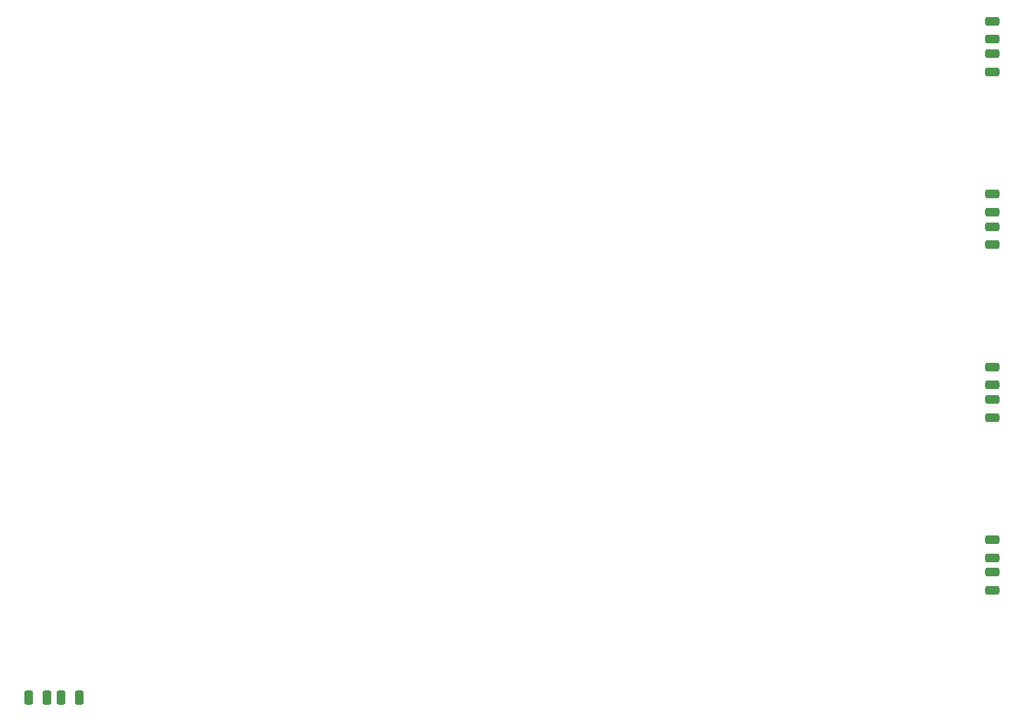
<source format=gbr>
%TF.GenerationSoftware,KiCad,Pcbnew,9.0.4*%
%TF.CreationDate,2025-09-17T14:06:31+05:30*%
%TF.ProjectId,Robot_power_board,526f626f-745f-4706-9f77-65725f626f61,rev?*%
%TF.SameCoordinates,Original*%
%TF.FileFunction,Paste,Top*%
%TF.FilePolarity,Positive*%
%FSLAX46Y46*%
G04 Gerber Fmt 4.6, Leading zero omitted, Abs format (unit mm)*
G04 Created by KiCad (PCBNEW 9.0.4) date 2025-09-17 14:06:31*
%MOMM*%
%LPD*%
G01*
G04 APERTURE LIST*
G04 Aperture macros list*
%AMRoundRect*
0 Rectangle with rounded corners*
0 $1 Rounding radius*
0 $2 $3 $4 $5 $6 $7 $8 $9 X,Y pos of 4 corners*
0 Add a 4 corners polygon primitive as box body*
4,1,4,$2,$3,$4,$5,$6,$7,$8,$9,$2,$3,0*
0 Add four circle primitives for the rounded corners*
1,1,$1+$1,$2,$3*
1,1,$1+$1,$4,$5*
1,1,$1+$1,$6,$7*
1,1,$1+$1,$8,$9*
0 Add four rect primitives between the rounded corners*
20,1,$1+$1,$2,$3,$4,$5,0*
20,1,$1+$1,$4,$5,$6,$7,0*
20,1,$1+$1,$6,$7,$8,$9,0*
20,1,$1+$1,$8,$9,$2,$3,0*%
G04 Aperture macros list end*
%ADD10RoundRect,0.300000X-0.300000X0.700000X-0.300000X-0.700000X0.300000X-0.700000X0.300000X0.700000X0*%
%ADD11RoundRect,0.300000X-0.700000X-0.300000X0.700000X-0.300000X0.700000X0.300000X-0.700000X0.300000X0*%
G04 APERTURE END LIST*
D10*
%TO.C,J10*%
X89250000Y-143400000D03*
X86750000Y-143400000D03*
X84750000Y-143400000D03*
X82250000Y-143400000D03*
%TD*%
D11*
%TO.C,J11*%
X216025000Y-49500000D03*
X216025000Y-52000000D03*
X216025000Y-54000000D03*
X216025000Y-56500000D03*
%TD*%
%TO.C,J14*%
X216025000Y-121500000D03*
X216025000Y-124000000D03*
X216025000Y-126000000D03*
X216025000Y-128500000D03*
%TD*%
%TO.C,J13*%
X216025000Y-97500000D03*
X216025000Y-100000000D03*
X216025000Y-102000000D03*
X216025000Y-104500000D03*
%TD*%
%TO.C,J12*%
X216025000Y-73500000D03*
X216025000Y-76000000D03*
X216025000Y-78000000D03*
X216025000Y-80500000D03*
%TD*%
M02*

</source>
